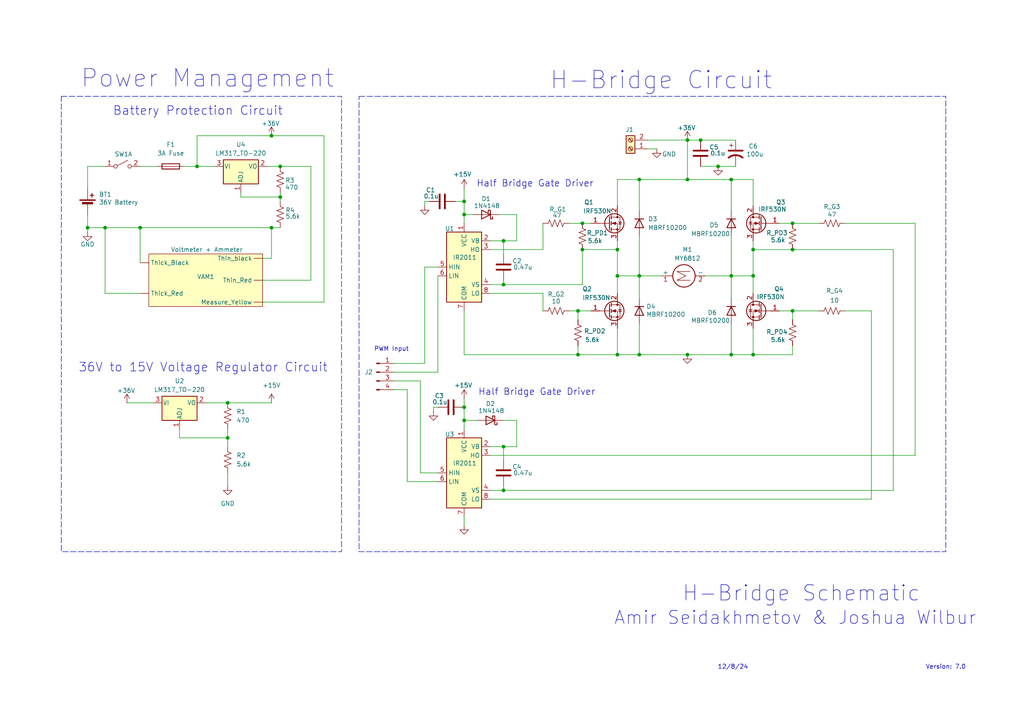
<source format=kicad_sch>
(kicad_sch (version 20231120) (generator "eeschema") (generator_version "8.0")
  (paper "A4")
  (lib_symbols
    (symbol "Circuit_Protection_components:Generic_Amazon_Volt-current_meter"
      (property "Reference" "VAM1" (at -2.54 1.016 0))
      (property "Value" "Voltmeter + Ammeter" (at -10.16 8.89 0))
      (symbol "Generic_Amazon_Volt-current_meter_1_1"
        (rectangle (start -16.51 7.62) (end 16.51 -7.62) (fill (type background)))
        (pin input line (at 16.51 -6.35 180) (length 2.54) (name "Measure_Yellow") (number ""))
        (pin input line (at -19.05 5.08 0) (length 2.54) (name "Thick_Black") (number ""))
        (pin input line (at -19.05 -3.81 0) (length 2.54) (name "Thick_Red") (number ""))
        (pin input line (at 16.51 0 180) (length 2.54) (name "Thin_Red") (number ""))
        (pin input line (at 16.51 6.35 180) (length 2.54) (name "Thin_black") (number ""))
      )
    )
    (symbol "Connector:Conn_01x04_Pin" (pin_names (offset 1.016) hide)
      (property "Reference" "J" (at 0 5.08 0))
      (property "Value" "Conn_01x04_Pin" (at 0 -7.62 0))
      (symbol "Conn_01x04_Pin_1_1"
        (polyline (pts (xy 1.27 -5.08) (xy 0.8636 -5.08)) (stroke (width 0.1524)))
        (polyline (pts (xy 1.27 -2.54) (xy 0.8636 -2.54)) (stroke (width 0.1524)))
        (polyline (pts (xy 1.27 0) (xy 0.8636 0)) (stroke (width 0.1524)))
        (polyline (pts (xy 1.27 2.54) (xy 0.8636 2.54)) (stroke (width 0.1524)))
        (rectangle (start 0.8636 -4.953) (end 0 -5.207) (stroke (width 0.1524)) (fill (type outline)))
        (rectangle (start 0.8636 -2.413) (end 0 -2.667) (stroke (width 0.1524)) (fill (type outline)))
        (rectangle (start 0.8636 0.127) (end 0 -0.127) (stroke (width 0.1524)) (fill (type outline)))
        (rectangle (start 0.8636 2.667) (end 0 2.413) (stroke (width 0.1524)) (fill (type outline)))
        (pin passive line (at 5.08 2.54 180) (length 3.81) (name "Pin_1") (number "1"))
        (pin passive line (at 5.08 0 180) (length 3.81) (name "Pin_2") (number "2"))
        (pin passive line (at 5.08 -2.54 180) (length 3.81) (name "Pin_3") (number "3"))
        (pin passive line (at 5.08 -5.08 180) (length 3.81) (name "Pin_4") (number "4"))
      )
    )
    (symbol "Connector:Screw_Terminal_01x02" (pin_names (offset 1.016) hide)
      (property "Reference" "J" (at 0 2.54 0))
      (property "Value" "Screw_Terminal_01x02" (at 0 -5.08 0))
      (symbol "Screw_Terminal_01x02_1_1"
        (rectangle (start -1.27 1.27) (end 1.27 -3.81) (stroke (width 0.254)) (fill (type background)))
        (circle (center 0 -2.54) (radius 0.635) (stroke (width 0.1524)))
        (polyline (pts (xy -0.5334 -2.2098) (xy 0.3302 -3.048)) (stroke (width 0.1524)))
        (polyline (pts (xy -0.5334 0.3302) (xy 0.3302 -0.508)) (stroke (width 0.1524)))
        (polyline (pts (xy -0.3556 -2.032) (xy 0.508 -2.8702)) (stroke (width 0.1524)))
        (polyline (pts (xy -0.3556 0.508) (xy 0.508 -0.3302)) (stroke (width 0.1524)))
        (circle (center 0 0) (radius 0.635) (stroke (width 0.1524)))
        (pin passive line (at -5.08 0 0) (length 3.81) (name "Pin_1") (number "1"))
        (pin passive line (at -5.08 -2.54 0) (length 3.81) (name "Pin_2") (number "2"))
      )
    )
    (symbol "Device:Battery_Cell" (pin_numbers hide) (pin_names (offset 0) hide)
      (property "Reference" "BT" (at 2.54 2.54 0))
      (property "Value" "Battery_Cell" (at 2.54 0 0))
      (symbol "Battery_Cell_0_1"
        (rectangle (start -2.286 1.778) (end 2.286 1.524) (fill (type outline)))
        (rectangle (start -1.524 1.016) (end 1.524 0.508) (fill (type outline)))
        (polyline (pts (xy 0 0.762) (xy 0 0)))
        (polyline (pts (xy 0 1.778) (xy 0 2.54)))
        (polyline (pts (xy 0.762 3.048) (xy 1.778 3.048)) (stroke (width 0.254)))
        (polyline (pts (xy 1.27 3.556) (xy 1.27 2.54)) (stroke (width 0.254)))
      )
      (symbol "Battery_Cell_1_1"
        (pin passive line (at 0 5.08 270) (length 2.54) (name "+") (number "1"))
        (pin passive line (at 0 -2.54 90) (length 2.54) (name "-") (number "2"))
      )
    )
    (symbol "Device:C" (pin_numbers hide) (pin_names (offset 0.254))
      (property "Reference" "C" (at 0.635 2.54 0))
      (property "Value" "C" (at 0.635 -2.54 0))
      (symbol "C_0_1"
        (polyline (pts (xy -2.032 -0.762) (xy 2.032 -0.762)) (stroke (width 0.508)))
        (polyline (pts (xy -2.032 0.762) (xy 2.032 0.762)) (stroke (width 0.508)))
      )
      (symbol "C_1_1"
        (pin passive line (at 0 3.81 270) (length 2.794) (name "~") (number "1"))
        (pin passive line (at 0 -3.81 90) (length 2.794) (name "~") (number "2"))
      )
    )
    (symbol "Device:C_Polarized_US" (pin_numbers hide) (pin_names (offset 0.254) hide)
      (property "Reference" "C" (at 0.635 2.54 0))
      (property "Value" "C_Polarized_US" (at 0.635 -2.54 0))
      (symbol "C_Polarized_US_0_1"
        (polyline (pts (xy -2.032 0.762) (xy 2.032 0.762)) (stroke (width 0.508)))
        (polyline (pts (xy -1.778 2.286) (xy -0.762 2.286)))
        (polyline (pts (xy -1.27 1.778) (xy -1.27 2.794)))
        (arc (start 2.032 -1.27) (mid 0 -0.5572) (end -2.032 -1.27) (stroke (width 0.508)))
      )
      (symbol "C_Polarized_US_1_1"
        (pin passive line (at 0 3.81 270) (length 2.794) (name "~") (number "1"))
        (pin passive line (at 0 -3.81 90) (length 3.302) (name "~") (number "2"))
      )
    )
    (symbol "Device:D" (pin_numbers hide) (pin_names (offset 1.016) hide)
      (property "Reference" "D" (at 0 2.54 0))
      (property "Value" "D" (at 0 -2.54 0))
      (symbol "D_0_1"
        (polyline (pts (xy -1.27 1.27) (xy -1.27 -1.27)) (stroke (width 0.254)))
        (polyline (pts (xy 1.27 0) (xy -1.27 0)))
        (polyline (pts (xy 1.27 1.27) (xy 1.27 -1.27) (xy -1.27 0) (xy 1.27 1.27)) (stroke (width 0.254)))
      )
      (symbol "D_1_1"
        (pin passive line (at -3.81 0 0) (length 2.54) (name "K") (number "1"))
        (pin passive line (at 3.81 0 180) (length 2.54) (name "A") (number "2"))
      )
    )
    (symbol "Device:D_Schottky" (pin_numbers hide) (pin_names (offset 1.016) hide)
      (property "Reference" "D" (at 0 2.54 0))
      (property "Value" "D_Schottky" (at 0 -2.54 0))
      (symbol "D_Schottky_0_1"
        (polyline (pts (xy 1.27 0) (xy -1.27 0)))
        (polyline (pts (xy 1.27 1.27) (xy 1.27 -1.27) (xy -1.27 0) (xy 1.27 1.27)) (stroke (width 0.254)))
        (polyline (pts (xy -1.905 0.635) (xy -1.905 1.27) (xy -1.27 1.27) (xy -1.27 -1.27) (xy -0.635 -1.27) (xy -0.635 -0.635)) (stroke (width 0.254)))
      )
      (symbol "D_Schottky_1_1"
        (pin passive line (at -3.81 0 0) (length 2.54) (name "K") (number "1"))
        (pin passive line (at 3.81 0 180) (length 2.54) (name "A") (number "2"))
      )
    )
    (symbol "Device:Fuse" (pin_numbers hide) (pin_names (offset 0))
      (property "Reference" "F" (at 2.032 0 90))
      (property "Value" "Fuse" (at -1.905 0 90))
      (symbol "Fuse_0_1"
        (rectangle (start -0.762 -2.54) (end 0.762 2.54) (stroke (width 0.254)))
        (polyline (pts (xy 0 2.54) (xy 0 -2.54)))
      )
      (symbol "Fuse_1_1"
        (pin passive line (at 0 3.81 270) (length 1.27) (name "~") (number "1"))
        (pin passive line (at 0 -3.81 90) (length 1.27) (name "~") (number "2"))
      )
    )
    (symbol "Device:R_US" (pin_numbers hide) (pin_names (offset 0))
      (property "Reference" "R" (at 2.54 0 90))
      (property "Value" "R_US" (at -2.54 0 90))
      (symbol "R_US_0_1"
        (polyline (pts (xy 0 -2.286) (xy 0 -2.54)))
        (polyline (pts (xy 0 2.286) (xy 0 2.54)))
        (polyline (pts (xy 0 -0.762) (xy 1.016 -1.143) (xy 0 -1.524) (xy -1.016 -1.905) (xy 0 -2.286)))
        (polyline (pts (xy 0 0.762) (xy 1.016 0.381) (xy 0 0) (xy -1.016 -0.381) (xy 0 -0.762)))
        (polyline (pts (xy 0 2.286) (xy 1.016 1.905) (xy 0 1.524) (xy -1.016 1.143) (xy 0 0.762)))
      )
      (symbol "R_US_1_1"
        (pin passive line (at 0 3.81 270) (length 1.27) (name "~") (number "1"))
        (pin passive line (at 0 -3.81 90) (length 1.27) (name "~") (number "2"))
      )
    )
    (symbol "Driver_FET:IR2011"
      (property "Reference" "U" (at 1.27 13.335 0))
      (property "Value" "IR2011" (at 1.27 11.43 0))
      (symbol "IR2011_0_1"
        (rectangle (start -5.08 -10.16) (end 5.08 10.16) (stroke (width 0.254)) (fill (type background)))
      )
      (symbol "IR2011_1_1"
        (pin power_in line (at 0 12.7 270) (length 2.54) (name "VCC") (number "1"))
        (pin passive line (at 7.62 7.62 180) (length 2.54) (name "VB") (number "2"))
        (pin output line (at 7.62 5.08 180) (length 2.54) (name "HO") (number "3"))
        (pin passive line (at 7.62 -5.08 180) (length 2.54) (name "VS") (number "4"))
        (pin input line (at -7.62 0 0) (length 2.54) (name "HIN") (number "5"))
        (pin input line (at -7.62 -2.54 0) (length 2.54) (name "LIN") (number "6"))
        (pin power_in line (at 0 -12.7 90) (length 2.54) (name "COM") (number "7"))
        (pin output line (at 7.62 -7.62 180) (length 2.54) (name "LO") (number "8"))
      )
    )
    (symbol "Motor:Motor_DC" (pin_names (offset 0))
      (property "Reference" "M" (at 2.54 2.54 0))
      (property "Value" "Motor_DC" (at 2.54 -5.08 0))
      (symbol "Motor_DC_0_0"
        (polyline (pts (xy -1.27 -3.302) (xy -1.27 0.508) (xy 0 -2.032) (xy 1.27 0.508) (xy 1.27 -3.302)))
      )
      (symbol "Motor_DC_0_1"
        (circle (center 0 -1.524) (radius 3.2512) (stroke (width 0.254)))
        (polyline (pts (xy 0 -7.62) (xy 0 -7.112)))
        (polyline (pts (xy 0 -4.7752) (xy 0 -5.1816)))
        (polyline (pts (xy 0 1.7272) (xy 0 2.0828)))
        (polyline (pts (xy 0 2.032) (xy 0 2.54)))
      )
      (symbol "Motor_DC_1_1"
        (pin passive line (at 0 5.08 270) (length 2.54) (name "+") (number "1"))
        (pin passive line (at 0 -7.62 90) (length 2.54) (name "-") (number "2"))
      )
    )
    (symbol "Regulator_Linear:LM317_TO-220" (pin_names (offset 0.254))
      (property "Reference" "U" (at -3.81 3.175 0))
      (property "Value" "LM317_TO-220" (at 0 3.175 0))
      (symbol "LM317_TO-220_0_1"
        (rectangle (start -5.08 1.905) (end 5.08 -5.08) (stroke (width 0.254)) (fill (type background)))
      )
      (symbol "LM317_TO-220_1_1"
        (pin input line (at 0 -7.62 90) (length 2.54) (name "ADJ") (number "1"))
        (pin power_out line (at 7.62 0 180) (length 2.54) (name "VO") (number "2"))
        (pin power_in line (at -7.62 0 0) (length 2.54) (name "VI") (number "3"))
      )
    )
    (symbol "Switch:SW_DPST_x2" (pin_names (offset 0) hide)
      (property "Reference" "SW" (at 0 3.175 0))
      (property "Value" "SW_DPST_x2" (at 0 -2.54 0))
      (symbol "SW_DPST_x2_0_0"
        (circle (center -2.032 0) (radius 0.508))
        (polyline (pts (xy -1.524 0.254) (xy 1.524 1.778)))
        (circle (center 2.032 0) (radius 0.508))
      )
      (symbol "SW_DPST_x2_1_1"
        (pin passive line (at -5.08 0 0) (length 2.54) (name "A") (number "1"))
        (pin passive line (at 5.08 0 180) (length 2.54) (name "B") (number "2"))
      )
      (symbol "SW_DPST_x2_2_1"
        (pin passive line (at -5.08 0 0) (length 2.54) (name "A") (number "3"))
        (pin passive line (at 5.08 0 180) (length 2.54) (name "B") (number "4"))
      )
    )
    (symbol "Transistor_FET:IRF540N" (pin_names hide)
      (property "Reference" "Q" (at 5.08 1.905 0))
      (property "Value" "IRF540N" (at 5.08 0 0))
      (symbol "IRF540N_0_1"
        (polyline (pts (xy 0.254 0) (xy -2.54 0)))
        (polyline (pts (xy 0.254 1.905) (xy 0.254 -1.905)) (stroke (width 0.254)))
        (polyline (pts (xy 0.762 -1.27) (xy 0.762 -2.286)) (stroke (width 0.254)))
        (polyline (pts (xy 0.762 0.508) (xy 0.762 -0.508)) (stroke (width 0.254)))
        (polyline (pts (xy 0.762 2.286) (xy 0.762 1.27)) (stroke (width 0.254)))
        (polyline (pts (xy 2.54 2.54) (xy 2.54 1.778)))
        (polyline (pts (xy 2.54 -2.54) (xy 2.54 0) (xy 0.762 0)))
        (polyline (pts (xy 0.762 -1.778) (xy 3.302 -1.778) (xy 3.302 1.778) (xy 0.762 1.778)))
        (polyline (pts (xy 1.016 0) (xy 2.032 0.381) (xy 2.032 -0.381) (xy 1.016 0)) (fill (type outline)))
        (polyline (pts (xy 2.794 0.508) (xy 2.921 0.381) (xy 3.683 0.381) (xy 3.81 0.254)))
        (polyline (pts (xy 3.302 0.381) (xy 2.921 -0.254) (xy 3.683 -0.254) (xy 3.302 0.381)))
        (circle (center 1.651 0) (radius 2.794) (stroke (width 0.254)))
        (circle (center 2.54 -1.778) (radius 0.254) (fill (type outline)))
        (circle (center 2.54 1.778) (radius 0.254) (fill (type outline)))
      )
      (symbol "IRF540N_1_1"
        (pin input line (at -5.08 0 0) (length 2.54) (name "G") (number "1"))
        (pin passive line (at 2.54 5.08 270) (length 2.54) (name "D") (number "2"))
        (pin passive line (at 2.54 -5.08 90) (length 2.54) (name "S") (number "3"))
      )
    )
    (symbol "power:+15V" (power) (pin_numbers hide) (pin_names (offset 0) hide)
      (property "Value" "+15V" (at 0 3.556 0))
      (symbol "+15V_0_1"
        (polyline (pts (xy -0.762 1.27) (xy 0 2.54)))
        (polyline (pts (xy 0 0) (xy 0 2.54)))
        (polyline (pts (xy 0 2.54) (xy 0.762 1.27)))
      )
      (symbol "+15V_1_1"
        (pin power_in line (at 0 0 90) (length 0) (name "~") (number "1"))
      )
    )
    (symbol "power:+36V" (power) (pin_numbers hide) (pin_names (offset 0) hide)
      (property "Value" "+36V" (at 0 3.556 0))
      (symbol "+36V_0_1"
        (polyline (pts (xy -0.762 1.27) (xy 0 2.54)))
        (polyline (pts (xy 0 0) (xy 0 2.54)))
        (polyline (pts (xy 0 2.54) (xy 0.762 1.27)))
      )
      (symbol "+36V_1_1"
        (pin power_in line (at 0 0 90) (length 0) (name "~") (number "1"))
      )
    )
    (symbol "power:GND" (power) (pin_numbers hide) (pin_names (offset 0) hide)
      (property "Value" "GND" (at 0 -3.81 0))
      (symbol "GND_0_1"
        (polyline (pts (xy 0 0) (xy 0 -1.27) (xy 1.27 -1.27) (xy 0 -2.54) (xy -1.27 -1.27) (xy 0 -1.27)))
      )
      (symbol "GND_1_1"
        (pin power_in line (at 0 0 270) (length 0) (name "~") (number "1"))
      )
    )
  )
  (junction (at 218.44 102.87))
  (junction (at 218.44 72.39))
  (junction (at 134.62 62.23))
  (junction (at 168.91 64.77))
  (junction (at 229.87 90.17))
  (junction (at 229.87 72.39))
  (junction (at 66.04 127))
  (junction (at 208.28 48.26))
  (junction (at 203.2 40.64))
  (junction (at 199.39 52.07))
  (junction (at 57.15 48.26))
  (junction (at 212.09 102.87))
  (junction (at 146.05 142.24))
  (junction (at 146.05 82.55))
  (junction (at 179.07 72.39))
  (junction (at 212.09 80.01))
  (junction (at 167.64 102.87))
  (junction (at 185.42 52.07))
  (junction (at 146.05 69.85))
  (junction (at 146.05 129.54))
  (junction (at 40.64 66.04))
  (junction (at 212.09 52.07))
  (junction (at 134.62 118.11))
  (junction (at 185.42 80.01))
  (junction (at 168.91 72.39))
  (junction (at 134.62 121.92))
  (junction (at 30.48 66.04))
  (junction (at 134.62 58.42))
  (junction (at 179.07 80.01))
  (junction (at 66.04 116.84))
  (junction (at 81.28 48.26))
  (junction (at 185.42 102.87))
  (junction (at 25.4 66.04))
  (junction (at 78.74 66.04))
  (junction (at 179.07 102.87))
  (junction (at 81.28 57.15))
  (junction (at 199.39 102.87))
  (junction (at 199.39 40.64))
  (junction (at 218.44 80.01))
  (junction (at 229.87 64.77))
  (junction (at 167.64 90.17))
  (junction (at 78.74 39.37))
  (wire (pts (xy 146.05 69.85) (xy 149.86 69.85)))
  (wire (pts (xy 78.74 39.37) (xy 93.98 39.37)))
  (wire (pts (xy 142.24 142.24) (xy 146.05 142.24)))
  (wire (pts (xy 142.24 72.39) (xy 157.48 72.39)))
  (wire (pts (xy 25.4 54.61) (xy 25.4 48.26)))
  (wire (pts (xy 199.39 40.64) (xy 203.2 40.64)))
  (wire (pts (xy 125.73 119.38) (xy 125.73 118.11)))
  (wire (pts (xy 142.24 82.55) (xy 146.05 82.55)))
  (wire (pts (xy 212.09 80.01) (xy 212.09 86.36)))
  (wire (pts (xy 199.39 52.07) (xy 212.09 52.07)))
  (wire (pts (xy 57.15 48.26) (xy 57.15 39.37)))
  (wire (pts (xy 121.92 137.16) (xy 121.92 110.49)))
  (wire (pts (xy 187.96 40.64) (xy 199.39 40.64)))
  (wire (pts (xy 40.64 48.26) (xy 45.72 48.26)))
  (wire (pts (xy 121.92 110.49) (xy 114.3 110.49)))
  (wire (pts (xy 127 139.7) (xy 118.11 139.7)))
  (wire (pts (xy 157.48 85.09) (xy 157.48 90.17)))
  (wire (pts (xy 168.91 64.77) (xy 171.45 64.77)))
  (wire (pts (xy 146.05 129.54) (xy 149.86 129.54)))
  (wire (pts (xy 69.85 57.15) (xy 81.28 57.15)))
  (wire (pts (xy 134.62 149.86) (xy 134.62 152.4)))
  (wire (pts (xy 76.2 74.93) (xy 78.74 74.93)))
  (wire (pts (xy 218.44 72.39) (xy 218.44 80.01)))
  (wire (pts (xy 149.86 62.23) (xy 144.78 62.23)))
  (wire (pts (xy 212.09 93.98) (xy 212.09 102.87)))
  (wire (pts (xy 78.74 66.04) (xy 81.28 66.04)))
  (wire (pts (xy 127 107.95) (xy 114.3 107.95)))
  (wire (pts (xy 212.09 52.07) (xy 212.09 60.96)))
  (wire (pts (xy 134.62 58.42) (xy 134.62 62.23)))
  (wire (pts (xy 66.04 127) (xy 66.04 129.54)))
  (wire (pts (xy 146.05 82.55) (xy 146.05 81.28)))
  (wire (pts (xy 165.1 64.77) (xy 168.91 64.77)))
  (wire (pts (xy 185.42 52.07) (xy 199.39 52.07)))
  (wire (pts (xy 138.43 121.92) (xy 134.62 121.92)))
  (wire (pts (xy 66.04 124.46) (xy 66.04 127)))
  (wire (pts (xy 90.17 48.26) (xy 81.28 48.26)))
  (wire (pts (xy 123.19 58.42) (xy 124.46 58.42)))
  (wire (pts (xy 93.98 87.63) (xy 76.2 87.63)))
  (wire (pts (xy 78.74 74.93) (xy 78.74 66.04)))
  (wire (pts (xy 52.07 127) (xy 66.04 127)))
  (wire (pts (xy 212.09 102.87) (xy 218.44 102.87)))
  (wire (pts (xy 118.11 139.7) (xy 118.11 113.03)))
  (wire (pts (xy 252.73 144.78) (xy 252.73 90.17)))
  (wire (pts (xy 59.69 116.84) (xy 66.04 116.84)))
  (wire (pts (xy 134.62 54.61) (xy 134.62 58.42)))
  (wire (pts (xy 25.4 66.04) (xy 25.4 67.31)))
  (wire (pts (xy 123.19 77.47) (xy 123.19 105.41)))
  (wire (pts (xy 229.87 92.71) (xy 229.87 90.17)))
  (wire (pts (xy 132.08 58.42) (xy 134.62 58.42)))
  (wire (pts (xy 179.07 80.01) (xy 179.07 85.09)))
  (wire (pts (xy 185.42 68.58) (xy 185.42 80.01)))
  (wire (pts (xy 93.98 39.37) (xy 93.98 87.63)))
  (wire (pts (xy 66.04 137.16) (xy 66.04 140.97)))
  (wire (pts (xy 203.2 48.26) (xy 208.28 48.26)))
  (wire (pts (xy 123.19 59.69) (xy 123.19 58.42)))
  (wire (pts (xy 218.44 52.07) (xy 218.44 59.69)))
  (wire (pts (xy 76.2 81.28) (xy 90.17 81.28)))
  (wire (pts (xy 134.62 62.23) (xy 134.62 64.77)))
  (wire (pts (xy 185.42 80.01) (xy 185.42 86.36)))
  (wire (pts (xy 66.04 116.84) (xy 78.74 116.84)))
  (wire (pts (xy 134.62 102.87) (xy 167.64 102.87)))
  (wire (pts (xy 40.64 85.09) (xy 30.48 85.09)))
  (wire (pts (xy 127 77.47) (xy 123.19 77.47)))
  (wire (pts (xy 134.62 90.17) (xy 134.62 102.87)))
  (wire (pts (xy 137.16 62.23) (xy 134.62 62.23)))
  (wire (pts (xy 134.62 118.11) (xy 134.62 121.92)))
  (wire (pts (xy 57.15 39.37) (xy 78.74 39.37)))
  (wire (pts (xy 167.64 100.33) (xy 167.64 102.87)))
  (wire (pts (xy 185.42 93.98) (xy 185.42 102.87)))
  (wire (pts (xy 179.07 80.01) (xy 185.42 80.01)))
  (wire (pts (xy 168.91 72.39) (xy 179.07 72.39)))
  (wire (pts (xy 179.07 52.07) (xy 185.42 52.07)))
  (wire (pts (xy 167.64 102.87) (xy 179.07 102.87)))
  (wire (pts (xy 165.1 90.17) (xy 167.64 90.17)))
  (wire (pts (xy 36.83 116.84) (xy 44.45 116.84)))
  (wire (pts (xy 30.48 66.04) (xy 25.4 66.04)))
  (wire (pts (xy 146.05 129.54) (xy 146.05 133.35)))
  (wire (pts (xy 90.17 81.28) (xy 90.17 48.26)))
  (wire (pts (xy 40.64 66.04) (xy 78.74 66.04)))
  (wire (pts (xy 218.44 69.85) (xy 218.44 72.39)))
  (wire (pts (xy 203.2 40.64) (xy 213.36 40.64)))
  (wire (pts (xy 25.4 62.23) (xy 25.4 66.04)))
  (wire (pts (xy 40.64 66.04) (xy 30.48 66.04)))
  (wire (pts (xy 168.91 82.55) (xy 168.91 72.39)))
  (wire (pts (xy 146.05 142.24) (xy 259.08 142.24)))
  (wire (pts (xy 81.28 48.26) (xy 77.47 48.26)))
  (wire (pts (xy 146.05 142.24) (xy 146.05 140.97)))
  (wire (pts (xy 157.48 72.39) (xy 157.48 64.77)))
  (wire (pts (xy 167.64 90.17) (xy 167.64 92.71)))
  (wire (pts (xy 146.05 82.55) (xy 168.91 82.55)))
  (wire (pts (xy 259.08 142.24) (xy 259.08 72.39)))
  (wire (pts (xy 52.07 124.46) (xy 52.07 127)))
  (wire (pts (xy 229.87 64.77) (xy 237.49 64.77)))
  (wire (pts (xy 57.15 48.26) (xy 62.23 48.26)))
  (wire (pts (xy 81.28 57.15) (xy 81.28 58.42)))
  (wire (pts (xy 134.62 121.92) (xy 134.62 124.46)))
  (wire (pts (xy 199.39 40.64) (xy 199.39 52.07)))
  (wire (pts (xy 179.07 69.85) (xy 179.07 72.39)))
  (wire (pts (xy 185.42 80.01) (xy 191.77 80.01)))
  (wire (pts (xy 265.43 132.08) (xy 265.43 64.77)))
  (wire (pts (xy 212.09 52.07) (xy 218.44 52.07)))
  (wire (pts (xy 40.64 76.2) (xy 40.64 66.04)))
  (wire (pts (xy 212.09 80.01) (xy 218.44 80.01)))
  (wire (pts (xy 81.28 55.88) (xy 81.28 57.15)))
  (wire (pts (xy 179.07 95.25) (xy 179.07 102.87)))
  (wire (pts (xy 127 80.01) (xy 127 107.95)))
  (wire (pts (xy 179.07 102.87) (xy 185.42 102.87)))
  (wire (pts (xy 185.42 52.07) (xy 185.42 60.96)))
  (wire (pts (xy 229.87 90.17) (xy 237.49 90.17)))
  (wire (pts (xy 265.43 64.77) (xy 245.11 64.77)))
  (wire (pts (xy 199.39 102.87) (xy 212.09 102.87)))
  (wire (pts (xy 179.07 52.07) (xy 179.07 59.69)))
  (wire (pts (xy 146.05 69.85) (xy 146.05 73.66)))
  (wire (pts (xy 142.24 129.54) (xy 146.05 129.54)))
  (wire (pts (xy 25.4 48.26) (xy 30.48 48.26)))
  (wire (pts (xy 69.85 55.88) (xy 69.85 57.15)))
  (wire (pts (xy 142.24 69.85) (xy 146.05 69.85)))
  (wire (pts (xy 142.24 85.09) (xy 157.48 85.09)))
  (wire (pts (xy 167.64 90.17) (xy 171.45 90.17)))
  (wire (pts (xy 259.08 72.39) (xy 229.87 72.39)))
  (wire (pts (xy 149.86 121.92) (xy 149.86 129.54)))
  (wire (pts (xy 229.87 72.39) (xy 218.44 72.39)))
  (wire (pts (xy 208.28 48.26) (xy 213.36 48.26)))
  (wire (pts (xy 204.47 80.01) (xy 212.09 80.01)))
  (wire (pts (xy 118.11 113.03) (xy 114.3 113.03)))
  (wire (pts (xy 252.73 90.17) (xy 245.11 90.17)))
  (wire (pts (xy 127 137.16) (xy 121.92 137.16)))
  (wire (pts (xy 218.44 80.01) (xy 218.44 85.09)))
  (wire (pts (xy 142.24 144.78) (xy 252.73 144.78)))
  (wire (pts (xy 226.06 90.17) (xy 229.87 90.17)))
  (wire (pts (xy 149.86 121.92) (xy 146.05 121.92)))
  (wire (pts (xy 123.19 105.41) (xy 114.3 105.41)))
  (wire (pts (xy 125.73 118.11) (xy 127 118.11)))
  (wire (pts (xy 226.06 64.77) (xy 229.87 64.77)))
  (wire (pts (xy 229.87 102.87) (xy 218.44 102.87)))
  (wire (pts (xy 185.42 102.87) (xy 199.39 102.87)))
  (wire (pts (xy 190.5 43.18) (xy 187.96 43.18)))
  (wire (pts (xy 218.44 95.25) (xy 218.44 102.87)))
  (wire (pts (xy 149.86 62.23) (xy 149.86 69.85)))
  (wire (pts (xy 134.62 115.57) (xy 134.62 118.11)))
  (wire (pts (xy 30.48 85.09) (xy 30.48 66.04)))
  (wire (pts (xy 212.09 68.58) (xy 212.09 80.01)))
  (wire (pts (xy 179.07 72.39) (xy 179.07 80.01)))
  (wire (pts (xy 229.87 100.33) (xy 229.87 102.87)))
  (wire (pts (xy 142.24 132.08) (xy 265.43 132.08)))
  (wire (pts (xy 53.34 48.26) (xy 57.15 48.26)))
  (rectangle (start 17.78 27.94) (end 99.06 160.02) (stroke (width 0) (type dash)))
  (rectangle (start 104.14 27.94) (end 274.32 160.02) (stroke (width 0) (type dash)))
  (text "12/8/24" (at 212.598 193.548 0) (effects (font (size 1.27 1.27))))
  (text "Battery Protection Circuit" (at 57.404 32.258 0) (effects (font (size 2.54 2.54))))
  (text "H-Bridge Circuit" (at 191.77 23.368 0) (effects (font (size 5.08 5.08))))
  (text "PWM Input" (at 113.538 101.346 0) (effects (font (size 1.27 1.27))))
  (text "Amir Seidakhmetov & Joshua Wilbur" (at 230.632 179.324 0) (effects (font (size 3.81 3.81))))
  (text "Power Management" (at 60.198 22.86 0) (effects (font (size 5.08 5.08))))
  (text "H-Bridge Schematic" (at 232.41 172.212 0) (effects (font (size 4.445 4.445))))
  (text "Version: 7.0\n" (at 274.32 193.548 0) (effects (font (size 1.27 1.27))))
  (text "36V to 15V Voltage Regulator Circuit" (at 58.928 106.68 0) (effects (font (size 2.54 2.54))))
  (text "Half Bridge Gate Driver" (at 155.702 113.792 0) (effects (font (size 1.905 1.905))))
  (text "Half Bridge Gate Driver" (at 155.194 53.34 0) (effects (font (size 1.905 1.905))))
  (symbol (lib_id "Regulator_Linear:LM317_TO-220") (at 52.07 116.84 0) (unit 1)
    (property "Reference" "U2" (at 52.07 110.49 0))
    (property "Value" "LM317_TO-220" (at 52.07 113.03 0))
    (property "Footprint" "Package_TO_SOT_THT:TO-220-3_Vertical" (effects (hide yes)))
    (property "Datasheet" "http://www.ti.com/lit/ds/symlink/lm317.pdf" (effects (hide yes)))
    (property "Description" "1.5A 35V Adjustable Linear Regulator, TO-220" (effects (hide yes)))
  )
  (symbol (lib_id "Device:R_US") (at 66.04 133.35 0) (unit 1)
    (property "Reference" "R2" (at 68.58 132.0799 0) (effects (justify left)))
    (property "Value" "5.6k" (at 68.58 134.6199 0) (effects (justify left)))
    (property "Footprint" "Resistor_THT:R_Axial_DIN0207_L6.3mm_D2.5mm_P10.16mm_Horizontal" (effects (hide yes)))
    (property "Description" "Resistor, US symbol" (effects (hide yes)))
  )
  (symbol (lib_id "Device:R_US") (at 81.28 62.23 180) (unit 1)
    (property "Reference" "R4" (at 82.804 60.96 0) (effects (justify right)))
    (property "Value" "5.6k" (at 82.804 62.738 0) (effects (justify right)))
    (property "Description" "Resistor, US symbol" (effects (hide yes)))
  )
  (symbol (lib_id "Device:R_US") (at 168.91 68.58 0) (unit 1)
    (property "Reference" "R_PD1" (at 170.18 67.564 0) (effects (justify left)))
    (property "Value" "5.6k" (at 170.434 69.85 0) (effects (justify left)))
    (property "Footprint" "Resistor_THT:R_Axial_DIN0207_L6.3mm_D2.5mm_P10.16mm_Horizontal" (effects (hide yes)))
    (property "Description" "Resistor, US symbol" (effects (hide yes)))
  )
  (symbol (lib_id "power:GND") (at 123.19 59.69 0) (unit 1)
    (property "Reference" "#PWR09" (effects (hide yes)))
    (property "Value" "GND" (effects (hide yes)))
    (property "Description" "Power symbol creates a global label with name \"GND\" , ground" (effects (hide yes)))
  )
  (symbol (lib_id "Device:R_US") (at 81.28 52.07 180) (unit 1)
    (property "Reference" "R3" (at 84.074 52.324 0))
    (property "Value" "470" (at 84.582 54.356 0))
    (property "Description" "Resistor, US symbol" (effects (hide yes)))
  )
  (symbol (lib_id "Device:R_US") (at 241.3 90.17 90) (unit 1)
    (property "Reference" "R_G4" (at 242.062 84.328 90))
    (property "Value" "10" (at 242.062 87.122 90))
    (property "Footprint" "Resistor_THT:R_Axial_DIN0207_L6.3mm_D2.5mm_P10.16mm_Horizontal" (effects (hide yes)))
    (property "Description" "Resistor, US symbol" (effects (hide yes)))
  )
  (symbol (lib_id "Motor:Motor_DC") (at 196.85 80.01 90) (unit 1)
    (property "Reference" "M1" (at 199.39 72.39 90))
    (property "Value" "MY6812" (at 199.39 74.93 90))
    (property "Footprint" "Connector:Banana_Jack_2Pin" (effects (hide yes)))
    (property "Description" "DC Motor" (effects (hide yes)))
  )
  (symbol (lib_id "Driver_FET:IR2011") (at 134.62 137.16 0) (unit 1)
    (property "Reference" "U3" (at 129.032 125.984 0) (effects (justify left)))
    (property "Value" "IR2011" (at 131.318 134.366 0) (effects (justify left)))
    (property "Footprint" "Package_DIP:DIP-8_W7.62mm" (effects (hide yes)))
    (property "Datasheet" "https://www.infineon.com/dgdl/ir2011.pdf?fileId=5546d462533600a4015355c49b831663" (effects (hide yes)))
    (property "Description" "High and Low Side Driver, 200V, 1.0/1.0A, PDIP-8/SOIC-8" (effects (hide yes)))
  )
  (symbol (lib_id "Device:D") (at 185.42 64.77 270) (unit 1)
    (property "Reference" "D3" (at 187.96 63.4999 90) (effects (justify left)))
    (property "Value" "MBRF10200" (at 187.96 66.0399 90) (effects (justify left)))
    (property "Footprint" "Package_TO_SOT_THT:TO-220-2_Vertical" (effects (hide yes)))
    (property "Description" "Diode" (effects (hide yes)))
    (property "Sim.Device" "D" (effects (hide yes)))
    (property "Sim.Pins" "1=K 2=A" (effects (hide yes)))
  )
  (symbol (lib_id "Device:D_Schottky") (at 140.97 62.23 180) (unit 1)
    (property "Reference" "D1" (at 140.97 57.658 0))
    (property "Value" "1N4148" (at 141.224 59.69 0))
    (property "Footprint" "diodes:D_DO-35_SOD27_P7.62mm_Horizontal" (effects (hide yes)))
    (property "Description" "Schottky diode" (effects (hide yes)))
  )
  (symbol (lib_id "power:+15V") (at 78.74 116.84 0) (unit 1)
    (property "Reference" "#PWR04" (effects (hide yes)))
    (property "Value" "+15V" (at 78.74 111.76 0))
    (property "Description" "Power symbol creates a global label with name \"+15V\"" (effects (hide yes)))
  )
  (symbol (lib_id "power:GND") (at 66.04 140.97 0) (unit 1)
    (property "Reference" "#PWR01" (effects (hide yes)))
    (property "Value" "GND" (at 66.04 146.05 0))
    (property "Description" "Power symbol creates a global label with name \"GND\" , ground" (effects (hide yes)))
  )
  (symbol (lib_id "Device:R_US") (at 66.04 120.65 0) (unit 1)
    (property "Reference" "R1" (at 68.58 119.3799 0) (effects (justify left)))
    (property "Value" "470" (at 68.58 121.9199 0) (effects (justify left)))
    (property "Footprint" "Resistor_THT:R_Axial_DIN0207_L6.3mm_D2.5mm_P10.16mm_Horizontal" (effects (hide yes)))
    (property "Description" "Resistor, US symbol" (effects (hide yes)))
  )
  (symbol (lib_id "Transistor_FET:IRF540N") (at 176.53 64.77 0) (unit 1)
    (property "Reference" "Q1" (at 169.418 58.674 0) (effects (justify left)))
    (property "Value" "IRF530N" (at 169.164 61.214 0) (effects (justify left)))
    (property "Footprint" "Package_TO_SOT_THT:TO-220-3_Vertical" (effects (hide yes)))
  )
  (symbol (lib_id "Device:R_US") (at 161.29 90.17 90) (unit 1)
    (property "Reference" "R_G2" (at 161.29 85.344 90))
    (property "Value" "10" (at 161.29 87.376 90))
    (property "Footprint" "Resistor_THT:R_Axial_DIN0207_L6.3mm_D2.5mm_P10.16mm_Horizontal" (effects (hide yes)))
    (property "Description" "Resistor, US symbol" (effects (hide yes)))
  )
  (symbol (lib_id "Transistor_FET:IRF540N") (at 176.53 90.17 0) (unit 1)
    (property "Reference" "Q2" (at 168.91 83.82 0) (effects (justify left)))
    (property "Value" "IRF530N" (at 168.91 86.36 0) (effects (justify left)))
    (property "Footprint" "Package_TO_SOT_THT:TO-220-3_Vertical" (effects (hide yes)))
  )
  (symbol (lib_id "power:+36V") (at 199.39 40.64 0) (unit 1)
    (property "Reference" "#PWR013" (effects (hide yes)))
    (property "Value" "+36V" (at 199.136 37.084 0))
    (property "Description" "Power symbol creates a global label with name \"+36V\"" (effects (hide yes)))
  )
  (symbol (lib_id "power:GND") (at 25.4 67.31 0) (mirror y) (unit 1)
    (property "Reference" "#PWR011" (effects (hide yes)))
    (property "Value" "GND" (at 25.4 70.866 0))
    (property "Description" "Power symbol creates a global label with name \"GND\" , ground" (effects (hide yes)))
  )
  (symbol (lib_id "Device:R_US") (at 229.87 68.58 0) (unit 1)
    (property "Reference" "R_PD3" (at 222.25 67.564 0) (effects (justify left)))
    (property "Value" "5.6k" (at 223.52 69.596 0) (effects (justify left)))
    (property "Footprint" "Resistor_THT:R_Axial_DIN0207_L6.3mm_D2.5mm_P10.16mm_Horizontal" (effects (hide yes)))
    (property "Description" "Resistor, US symbol" (effects (hide yes)))
  )
  (symbol (lib_id "Device:R_US") (at 229.87 96.52 0) (unit 1)
    (property "Reference" "R_PD4" (at 222.25 96.266 0) (effects (justify left)))
    (property "Value" "5.6k" (at 223.52 98.552 0) (effects (justify left)))
    (property "Footprint" "Resistor_THT:R_Axial_DIN0207_L6.3mm_D2.5mm_P10.16mm_Horizontal" (effects (hide yes)))
    (property "Description" "Resistor, US symbol" (effects (hide yes)))
  )
  (symbol (lib_id "power:GND") (at 190.5 43.18 0) (unit 1)
    (property "Reference" "#PWR02" (effects (hide yes)))
    (property "Value" "GND" (at 194.056 44.704 0))
    (property "Description" "Power symbol creates a global label with name \"GND\" , ground" (effects (hide yes)))
  )
  (symbol (lib_id "Transistor_FET:IRF540N") (at 220.98 90.17 0) (mirror y) (unit 1)
    (property "Reference" "Q4" (at 227.33 83.82 0) (effects (justify left)))
    (property "Value" "IRF530N" (at 227.584 86.106 0) (effects (justify left)))
    (property "Footprint" "Package_TO_SOT_THT:TO-220-3_Vertical" (effects (hide yes)))
  )
  (symbol (lib_id "Device:C") (at 146.05 137.16 0) (unit 1)
    (property "Reference" "C4" (at 148.59 135.382 0) (effects (justify left)))
    (property "Value" "0.47u" (at 148.844 137.16 0) (effects (justify left)))
    (property "Footprint" "Capacitor_THT:C_Disc_D5.0mm_W2.5mm_P2.50mm" (effects (hide yes)))
    (property "Description" "Unpolarized capacitor" (effects (hide yes)))
  )
  (symbol (lib_id "Device:C") (at 128.27 58.42 90) (unit 1)
    (property "Reference" "C1" (at 126.238 55.118 90) (effects (justify left)))
    (property "Value" "0.1u" (at 127.254 56.896 90) (effects (justify left)))
    (property "Footprint" "Capacitor_THT:C_Disc_D5.0mm_W2.5mm_P2.50mm" (effects (hide yes)))
    (property "Description" "Unpolarized capacitor" (effects (hide yes)))
  )
  (symbol (lib_id "power:+36V") (at 36.83 116.84 0) (unit 1)
    (property "Reference" "#PWR014" (effects (hide yes)))
    (property "Value" "+36V" (at 36.576 113.284 0))
    (property "Description" "Power symbol creates a global label with name \"+36V\"" (effects (hide yes)))
  )
  (symbol (lib_id "Connector:Conn_01x04_Pin") (at 109.22 107.95 0) (unit 1)
    (property "Reference" "J2" (at 106.934 107.95 0))
    (property "Value" "Conn_01x04_Pin" (effects (hide yes)))
    (property "Footprint" "Connector_PinSocket_2.54mm:PinSocket_1x04_P2.54mm_Vertical" (effects (hide yes)))
    (property "Description" "Generic connector, single row, 01x04, script generated" (effects (hide yes)))
  )
  (symbol (lib_id "Device:D") (at 212.09 64.77 270) (unit 1)
    (property "Reference" "D5" (at 205.74 65.278 90) (effects (justify left)))
    (property "Value" "MBRF10200" (at 200.406 67.818 90) (effects (justify left)))
    (property "Footprint" "Package_TO_SOT_THT:TO-220-2_Vertical" (effects (hide yes)))
    (property "Description" "Diode" (effects (hide yes)))
    (property "Sim.Device" "D" (effects (hide yes)))
    (property "Sim.Pins" "1=K 2=A" (effects (hide yes)))
  )
  (symbol (lib_id "Transistor_FET:IRF540N") (at 220.98 64.77 0) (mirror y) (unit 1)
    (property "Reference" "Q3" (at 227.838 58.674 0) (effects (justify left)))
    (property "Value" "IRF530N" (at 228.092 60.706 0) (effects (justify left)))
    (property "Footprint" "Package_TO_SOT_THT:TO-220-3_Vertical" (effects (hide yes)))
  )
  (symbol (lib_id "Device:Fuse") (at 49.53 48.26 90) (unit 1)
    (property "Reference" "F1" (at 49.53 41.91 90))
    (property "Value" "3A Fuse" (at 49.53 44.45 90))
    (property "Description" "Fuse" (effects (hide yes)))
  )
  (symbol (lib_id "Circuit_Protection_components:Generic_Amazon_Volt-current_meter") (at 59.69 81.28 0) (unit 1)
    (property "Reference" "VAM1" (at 57.15 80.264 0) (effects (justify left)))
    (property "Value" "Voltmeter + Ammeter" (at 49.53 72.39 0) (effects (justify left)))
  )
  (symbol (lib_id "Device:C") (at 146.05 77.47 0) (unit 1)
    (property "Reference" "C2" (at 148.59 75.692 0) (effects (justify left)))
    (property "Value" "0.47u" (at 148.844 77.47 0) (effects (justify left)))
    (property "Footprint" "Capacitor_THT:C_Disc_D5.0mm_W2.5mm_P2.50mm" (effects (hide yes)))
    (property "Description" "Unpolarized capacitor" (effects (hide yes)))
  )
  (symbol (lib_id "Switch:SW_DPST_x2") (at 35.56 48.26 0) (unit 1)
    (property "Reference" "SW1" (at 35.814 44.704 0))
    (property "Value" "SW_DPST_x2" (effects (hide yes)))
    (property "Description" "Single Pole Single Throw (SPST) switch, separate symbol" (effects (hide yes)))
  )
  (symbol (lib_id "Device:R_US") (at 161.29 64.77 90) (unit 1)
    (property "Reference" "R_G1" (at 161.798 60.706 90))
    (property "Value" "47" (at 161.544 62.484 90))
    (property "Footprint" "Resistor_THT:R_Axial_DIN0207_L6.3mm_D2.5mm_P10.16mm_Horizontal" (effects (hide yes)))
    (property "Description" "Resistor, US symbol" (effects (hide yes)))
  )
  (symbol (lib_id "power:+15V") (at 134.62 115.57 0) (unit 1)
    (property "Reference" "#PWR08" (effects (hide yes)))
    (property "Value" "+15V" (at 134.366 111.76 0))
    (property "Description" "Power symbol creates a global label with name \"+15V\"" (effects (hide yes)))
  )
  (symbol (lib_id "Device:Battery_Cell") (at 25.4 59.69 0) (unit 1)
    (property "Reference" "BT1" (at 28.702 56.388 0) (effects (justify left)))
    (property "Value" "36V Battery" (at 28.702 58.674 0) (effects (justify left)))
    (property "Description" "Single-cell battery" (effects (hide yes)))
  )
  (symbol (lib_id "power:GND") (at 199.39 102.87 0) (unit 1)
    (property "Reference" "#PWR03" (effects (hide yes)))
    (property "Value" "GND" (effects (hide yes)))
    (property "Description" "Power symbol creates a global label with name \"GND\" , ground" (effects (hide yes)))
  )
  (symbol (lib_id "Regulator_Linear:LM317_TO-220") (at 69.85 48.26 0) (unit 1)
    (property "Reference" "U4" (at 69.85 41.91 0))
    (property "Value" "LM317_TO-220" (at 69.85 44.45 0))
    (property "Footprint" "Package_TO_SOT_THT:TO-220-3_Vertical" (effects (hide yes)))
    (property "Datasheet" "http://www.ti.com/lit/ds/symlink/lm317.pdf" (effects (hide yes)))
    (property "Description" "1.5A 35V Adjustable Linear Regulator, TO-220" (effects (hide yes)))
  )
  (symbol (lib_id "power:+15V") (at 134.62 54.61 0) (unit 1)
    (property "Reference" "#PWR06" (effects (hide yes)))
    (property "Value" "+15V" (at 134.112 50.546 0))
    (property "Description" "Power symbol creates a global label with name \"+15V\"" (effects (hide yes)))
  )
  (symbol (lib_id "Device:C") (at 130.81 118.11 90) (unit 1)
    (property "Reference" "C3" (at 128.778 114.808 90) (effects (justify left)))
    (property "Value" "0.1u" (at 129.794 116.586 90) (effects (justify left)))
    (property "Footprint" "Capacitor_THT:C_Disc_D5.0mm_W2.5mm_P2.50mm" (effects (hide yes)))
    (property "Description" "Unpolarized capacitor" (effects (hide yes)))
  )
  (symbol (lib_id "Device:C_Polarized_US") (at 213.36 44.45 0) (unit 1)
    (property "Reference" "C6" (at 218.44 42.418 0))
    (property "Value" "100u" (at 218.948 44.704 0))
    (property "Footprint" "Capacitor_THT:CP_Radial_D7.5mm_P2.50mm" (effects (hide yes)))
    (property "Description" "Polarized capacitor, US symbol" (effects (hide yes)))
  )
  (symbol (lib_id "Device:D") (at 185.42 90.17 270) (unit 1)
    (property "Reference" "D4" (at 187.452 88.9 90) (effects (justify left)))
    (property "Value" "MBRF10200" (at 187.452 91.186 90) (effects (justify left)))
    (property "Footprint" "Package_TO_SOT_THT:TO-220-2_Vertical" (effects (hide yes)))
    (property "Description" "Diode" (effects (hide yes)))
    (property "Sim.Device" "D" (effects (hide yes)))
    (property "Sim.Pins" "1=K 2=A" (effects (hide yes)))
  )
  (symbol (lib_id "power:GND") (at 208.28 48.26 0) (unit 1)
    (property "Reference" "#PWR07" (effects (hide yes)))
    (property "Value" "GND" (effects (hide yes)))
    (property "Description" "Power symbol creates a global label with name \"GND\" , ground" (effects (hide yes)))
  )
  (symbol (lib_id "power:+36V") (at 78.74 39.37 0) (unit 1)
    (property "Reference" "#PWR012" (effects (hide yes)))
    (property "Value" "+36V" (at 78.486 35.814 0))
    (property "Description" "Power symbol creates a global label with name \"+36V\"" (effects (hide yes)))
  )
  (symbol (lib_id "Device:R_US") (at 167.64 96.52 0) (unit 1)
    (property "Reference" "R_PD2" (at 169.418 96.012 0) (effects (justify left)))
    (property "Value" "5.6k" (at 169.672 98.552 0) (effects (justify left)))
    (property "Footprint" "Resistor_THT:R_Axial_DIN0207_L6.3mm_D2.5mm_P10.16mm_Horizontal" (effects (hide yes)))
    (property "Description" "Resistor, US symbol" (effects (hide yes)))
  )
  (symbol (lib_id "power:GND") (at 134.62 152.4 0) (unit 1)
    (property "Reference" "#PWR05" (effects (hide yes)))
    (property "Value" "GND" (effects (hide yes)))
    (property "Description" "Power symbol creates a global label with name \"GND\" , ground" (effects (hide yes)))
  )
  (symbol (lib_id "Connector:Screw_Terminal_01x02") (at 182.88 43.18 180) (unit 1)
    (property "Reference" "J1" (at 182.626 37.592 0))
    (property "Value" "Screw_Terminal_01x02" (effects (hide yes)))
    (property "Footprint" "Connector:Banana_Jack_2Pin" (effects (hide yes)))
    (property "Description" "Generic screw terminal, single row, 01x02, script generated (kicad-library-utils/schlib/autogen/connector/)" (effects (hide yes)))
  )
  (symbol (lib_id "Device:C") (at 203.2 44.45 0) (unit 1)
    (property "Reference" "C5" (at 205.74 42.672 0) (effects (justify left)))
    (property "Value" "0.1u" (at 205.994 44.45 0) (effects (justify left)))
    (property "Footprint" "Capacitor_THT:C_Disc_D5.0mm_W2.5mm_P2.50mm" (effects (hide yes)))
    (property "Description" "Unpolarized capacitor" (effects (hide yes)))
  )
  (symbol (lib_id "Device:D") (at 212.09 90.17 270) (unit 1)
    (property "Reference" "D6" (at 205.232 90.678 90) (effects (justify left)))
    (property "Value" "MBRF10200" (at 200.406 92.964 90) (effects (justify left)))
    (property "Footprint" "Package_TO_SOT_THT:TO-220-2_Vertical" (effects (hide yes)))
    (property "Description" "Diode" (effects (hide yes)))
    (property "Sim.Device" "D" (effects (hide yes)))
    (property "Sim.Pins" "1=K 2=A" (effects (hide yes)))
  )
  (symbol (lib_id "Driver_FET:IR2011") (at 134.62 77.47 0) (unit 1)
    (property "Reference" "U1" (at 129.032 66.294 0) (effects (justify left)))
    (property "Value" "IR2011" (at 131.318 74.676 0) (effects (justify left)))
    (property "Footprint" "Package_DIP:DIP-8_W7.62mm" (effects (hide yes)))
    (property "Datasheet" "https://www.infineon.com/dgdl/ir2011.pdf?fileId=5546d462533600a4015355c49b831663" (effects (hide yes)))
    (property "Description" "High and Low Side Driver, 200V, 1.0/1.0A, PDIP-8/SOIC-8" (effects (hide yes)))
  )
  (symbol (lib_id "Device:D_Schottky") (at 142.24 121.92 180) (unit 1)
    (property "Reference" "D2" (at 142.24 117.094 0))
    (property "Value" "1N4148" (at 142.494 119.126 0))
    (property "Footprint" "diodes:D_DO-35_SOD27_P7.62mm_Horizontal" (effects (hide yes)))
    (property "Description" "Schottky diode" (effects (hide yes)))
  )
  (symbol (lib_id "Device:R_US") (at 241.3 64.77 90) (unit 1)
    (property "Reference" "R_G3" (at 241.3 59.944 90))
    (property "Value" "47" (at 241.3 62.23 90))
    (property "Footprint" "Resistor_THT:R_Axial_DIN0207_L6.3mm_D2.5mm_P10.16mm_Horizontal" (effects (hide yes)))
    (property "Description" "Resistor, US symbol" (effects (hide yes)))
  )
  (symbol (lib_id "power:GND") (at 125.73 119.38 0) (unit 1)
    (property "Reference" "#PWR010" (effects (hide yes)))
    (property "Value" "GND" (effects (hide yes)))
    (property "Description" "Power symbol creates a global label with name \"GND\" , ground" (effects (hide yes)))
  )
)
</source>
